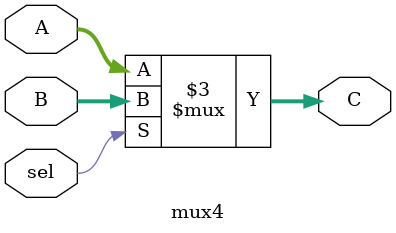
<source format=v>
`timescale 1ns/1ns

module mux4(

	input sel,
	input [31:0] A,
	input [31:0] B,
	output reg [31:0] C

);

always @*
	begin 
		if(sel)
		begin
			C = B;
		end
		else
		begin
			C = A;
		end
	end
endmodule



</source>
